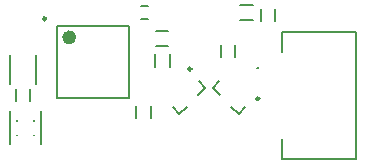
<source format=gto>
G04*
G04 #@! TF.GenerationSoftware,Altium Limited,Altium Designer,21.6.4 (81)*
G04*
G04 Layer_Color=65535*
%FSLAX44Y44*%
%MOMM*%
G71*
G04*
G04 #@! TF.SameCoordinates,886655C1-92EC-40BA-A99E-831138A1A13E*
G04*
G04*
G04 #@! TF.FilePolarity,Positive*
G04*
G01*
G75*
%ADD10C,0.6000*%
%ADD11C,0.2500*%
%ADD12C,0.2540*%
%ADD13C,0.2000*%
%ADD14C,0.1524*%
D10*
X52858Y123370D02*
G03*
X52858Y123370I-3000J0D01*
G01*
D11*
X30108Y139120D02*
G03*
X30108Y139120I-1250J0D01*
G01*
X210858Y71475D02*
G03*
X210858Y71475I-1250J0D01*
G01*
X153295Y96578D02*
G03*
X153295Y96578I-1250J0D01*
G01*
D12*
X209655Y97282D02*
G03*
X209655Y97282I-359J0D01*
G01*
D13*
X39858Y72370D02*
X100858D01*
X39858Y133370D02*
X100858D01*
Y72370D02*
Y133370D01*
X39858Y72370D02*
Y133370D01*
X171424Y80314D02*
X177611Y74127D01*
X171424Y80314D02*
X177081Y85971D01*
X187157Y64581D02*
X193344Y58394D01*
X199001Y64051D01*
X122782Y98382D02*
Y108882D01*
X135282Y98382D02*
Y108882D01*
X123338Y115924D02*
X133838D01*
X123338Y128424D02*
X133838D01*
X106590Y54948D02*
Y65448D01*
X119090Y54948D02*
Y65448D01*
X143206Y58394D02*
X149393Y64581D01*
X137549Y64051D02*
X143206Y58394D01*
X158939Y74127D02*
X165126Y80314D01*
X159469Y85971D02*
X165126Y80314D01*
X194902Y138276D02*
X205402D01*
X194902Y150776D02*
X205402D01*
X178154Y106764D02*
Y117264D01*
X190654Y106764D02*
Y117264D01*
X20204Y52548D02*
Y53048D01*
Y40548D02*
Y41048D01*
X5704Y52548D02*
Y53048D01*
Y40548D02*
Y41048D01*
X26204Y32798D02*
Y60798D01*
X-296Y32798D02*
Y60798D01*
X211936Y136990D02*
Y147490D01*
X224436Y136990D02*
Y147490D01*
X21668Y83871D02*
Y108453D01*
X-332Y83871D02*
Y108453D01*
X16918Y69108D02*
Y79608D01*
X4418Y69108D02*
Y79608D01*
X110690Y149522D02*
X116990D01*
X110690Y139022D02*
X116990D01*
D14*
X230202Y127635D02*
X292686D01*
Y20193D02*
Y127635D01*
X230202Y20193D02*
X292686D01*
X230202Y110797D02*
Y127635D01*
Y20193D02*
Y37031D01*
M02*

</source>
